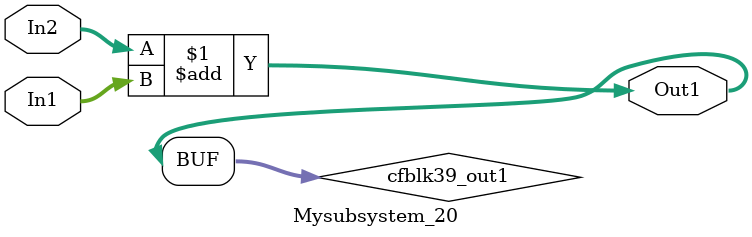
<source format=v>



`timescale 1 ns / 1 ns

module Mysubsystem_20
          (In1,
           In2,
           Out1);


  input   [7:0] In1;  // uint8
  input   [7:0] In2;  // uint8
  output  [7:0] Out1;  // uint8


  wire [7:0] cfblk39_out1;  // uint8


  assign cfblk39_out1 = In2 + In1;



  assign Out1 = cfblk39_out1;

endmodule  // Mysubsystem_20


</source>
